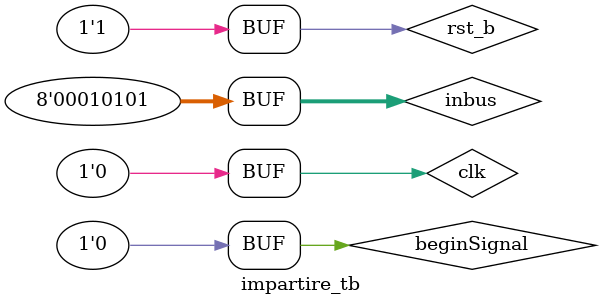
<source format=v>
`timescale 1ns/1ns

`include "../src/function_table.v"
`include "../src/control_unit_fsm.v"
`include "../src/adder.v"
`include "../src/counter.v"
`include "../src/demux.v"
`include "../src/mux.v"
`include "../src/register.v"
`include "../src/srt4.v"

module impartire_tb;
reg [7:0] inbus;
reg beginSignal, clk, rst_b;
wire [7:0] outbus;
wire endSignal;

srt4 srt_4(
    .inbus(inbus),
    .beginSignal(beginSignal), 
    .clk(clk), 
    .rst_b(rst_b),
    .outbus(outbus),
    .endSignal(endSignal)
);

initial begin
    clk = 0;
    repeat (100) #10 clk = ~clk;
end

initial begin
    $dumpfile("waveform.vcd");
    $dumpvars(0, impartire_tb);
    beginSignal = 1;
    rst_b = 1;
    inbus = 216;
    #2 rst_b = 0;
    #3 rst_b = 1;    
    #15 beginSignal = 0;
    #10 inbus = 21; 
end

endmodule
</source>
